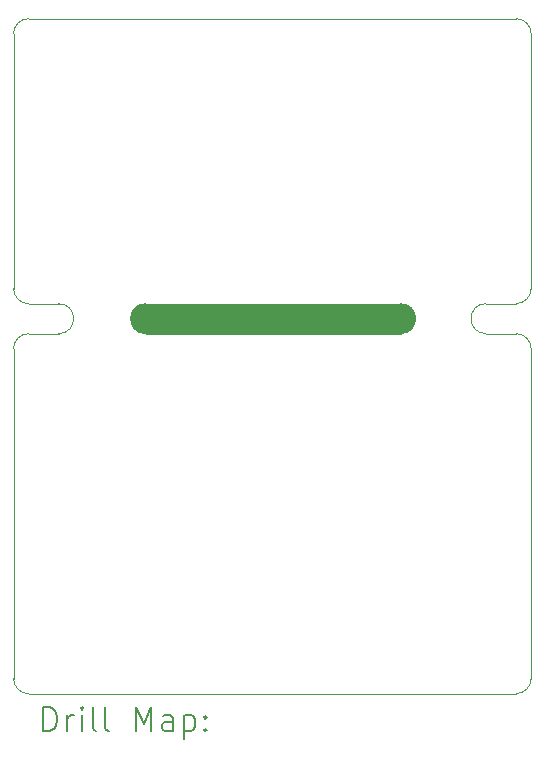
<source format=gbr>
%TF.GenerationSoftware,KiCad,Pcbnew,(6.0.10)*%
%TF.CreationDate,2023-01-31T16:55:20+01:00*%
%TF.ProjectId,LTP-305_dev_board,4c54502d-3330-4355-9f64-65765f626f61,rev?*%
%TF.SameCoordinates,Original*%
%TF.FileFunction,Drillmap*%
%TF.FilePolarity,Positive*%
%FSLAX45Y45*%
G04 Gerber Fmt 4.5, Leading zero omitted, Abs format (unit mm)*
G04 Created by KiCad (PCBNEW (6.0.10)) date 2023-01-31 16:55:20*
%MOMM*%
%LPD*%
G01*
G04 APERTURE LIST*
%ADD10C,0.100000*%
%ADD11C,0.200000*%
G04 APERTURE END LIST*
D10*
G36*
X15976600Y-6858000D02*
G01*
X15976600Y-6858000D01*
G75*
G02*
X15976600Y-7112000I0J-127000D01*
G01*
X13817600Y-7112000D01*
G75*
G02*
X13817600Y-6858000I0J127000D01*
G01*
X15976600Y-6858000D01*
G37*
X15976600Y-6858000D02*
X15976600Y-6858000D01*
G75*
G02*
X15976600Y-7112000I0J-127000D01*
G01*
X13817600Y-7112000D01*
G75*
G02*
X13817600Y-6858000I0J127000D01*
G01*
X15976600Y-6858000D01*
X16700500Y-7112000D02*
X16954500Y-7112000D01*
X16954500Y-10160000D02*
G75*
G03*
X17081500Y-10033000I0J127000D01*
G01*
X12700000Y-4572000D02*
X12700000Y-6731000D01*
X12700000Y-7239000D02*
X12700000Y-10033000D01*
X17081500Y-4572000D02*
G75*
G03*
X16954500Y-4445000I-127000J0D01*
G01*
X12827000Y-7112000D02*
X13081000Y-7112000D01*
X16954500Y-4445000D02*
X12827000Y-4445000D01*
X13081000Y-7112000D02*
G75*
G03*
X13081000Y-6858000I0J127000D01*
G01*
X12827000Y-6858000D02*
X13081000Y-6858000D01*
X12827000Y-7112000D02*
G75*
G03*
X12700000Y-7239000I0J-127000D01*
G01*
X17081500Y-4572000D02*
X17081500Y-6731000D01*
X12700000Y-10033000D02*
G75*
G03*
X12827000Y-10160000I127000J0D01*
G01*
X12827000Y-4445000D02*
G75*
G03*
X12700000Y-4572000I0J-127000D01*
G01*
X12827000Y-10160000D02*
X16954500Y-10160000D01*
X17081500Y-7239000D02*
X17081500Y-10033000D01*
X17081500Y-7239000D02*
G75*
G03*
X16954500Y-7112000I-127000J0D01*
G01*
X16954500Y-6858000D02*
G75*
G03*
X17081500Y-6731000I0J127000D01*
G01*
X16700500Y-6858000D02*
X16954500Y-6858000D01*
X16700500Y-6858000D02*
G75*
G03*
X16700500Y-7112000I0J-127000D01*
G01*
X12700000Y-6731000D02*
G75*
G03*
X12827000Y-6858000I127000J0D01*
G01*
D11*
X12952619Y-10475476D02*
X12952619Y-10275476D01*
X13000238Y-10275476D01*
X13028809Y-10285000D01*
X13047857Y-10304048D01*
X13057381Y-10323095D01*
X13066905Y-10361190D01*
X13066905Y-10389762D01*
X13057381Y-10427857D01*
X13047857Y-10446905D01*
X13028809Y-10465952D01*
X13000238Y-10475476D01*
X12952619Y-10475476D01*
X13152619Y-10475476D02*
X13152619Y-10342143D01*
X13152619Y-10380238D02*
X13162143Y-10361190D01*
X13171667Y-10351667D01*
X13190714Y-10342143D01*
X13209762Y-10342143D01*
X13276428Y-10475476D02*
X13276428Y-10342143D01*
X13276428Y-10275476D02*
X13266905Y-10285000D01*
X13276428Y-10294524D01*
X13285952Y-10285000D01*
X13276428Y-10275476D01*
X13276428Y-10294524D01*
X13400238Y-10475476D02*
X13381190Y-10465952D01*
X13371667Y-10446905D01*
X13371667Y-10275476D01*
X13505000Y-10475476D02*
X13485952Y-10465952D01*
X13476428Y-10446905D01*
X13476428Y-10275476D01*
X13733571Y-10475476D02*
X13733571Y-10275476D01*
X13800238Y-10418333D01*
X13866905Y-10275476D01*
X13866905Y-10475476D01*
X14047857Y-10475476D02*
X14047857Y-10370714D01*
X14038333Y-10351667D01*
X14019286Y-10342143D01*
X13981190Y-10342143D01*
X13962143Y-10351667D01*
X14047857Y-10465952D02*
X14028809Y-10475476D01*
X13981190Y-10475476D01*
X13962143Y-10465952D01*
X13952619Y-10446905D01*
X13952619Y-10427857D01*
X13962143Y-10408810D01*
X13981190Y-10399286D01*
X14028809Y-10399286D01*
X14047857Y-10389762D01*
X14143095Y-10342143D02*
X14143095Y-10542143D01*
X14143095Y-10351667D02*
X14162143Y-10342143D01*
X14200238Y-10342143D01*
X14219286Y-10351667D01*
X14228809Y-10361190D01*
X14238333Y-10380238D01*
X14238333Y-10437381D01*
X14228809Y-10456429D01*
X14219286Y-10465952D01*
X14200238Y-10475476D01*
X14162143Y-10475476D01*
X14143095Y-10465952D01*
X14324048Y-10456429D02*
X14333571Y-10465952D01*
X14324048Y-10475476D01*
X14314524Y-10465952D01*
X14324048Y-10456429D01*
X14324048Y-10475476D01*
X14324048Y-10351667D02*
X14333571Y-10361190D01*
X14324048Y-10370714D01*
X14314524Y-10361190D01*
X14324048Y-10351667D01*
X14324048Y-10370714D01*
M02*

</source>
